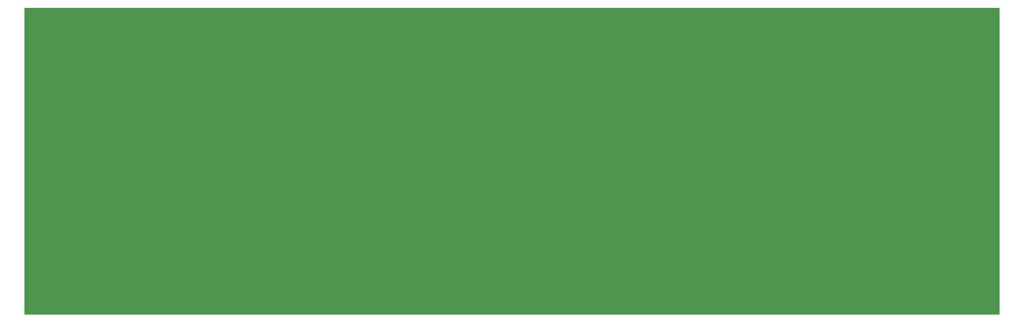
<source format=gbr>
%TF.GenerationSoftware,KiCad,Pcbnew,(5.1.9)-1*%
%TF.CreationDate,2021-04-28T21:34:56-07:00*%
%TF.ProjectId,Senior Project,53656e69-6f72-4205-9072-6f6a6563742e,rev?*%
%TF.SameCoordinates,Original*%
%TF.FileFunction,Profile,NP*%
%FSLAX46Y46*%
G04 Gerber Fmt 4.6, Leading zero omitted, Abs format (unit mm)*
G04 Created by KiCad (PCBNEW (5.1.9)-1) date 2021-04-28 21:34:56*
%MOMM*%
%LPD*%
G01*
G04 APERTURE LIST*
%ADD10C,0.254000*%
%ADD11C,0.100000*%
G04 APERTURE END LIST*
D10*
X239903000Y-135763000D02*
X50927000Y-135763000D01*
X50927000Y-76327000D01*
X239903000Y-76327000D01*
X239903000Y-135763000D01*
D11*
G36*
X239903000Y-135763000D02*
G01*
X50927000Y-135763000D01*
X50927000Y-76327000D01*
X239903000Y-76327000D01*
X239903000Y-135763000D01*
G37*
M02*

</source>
